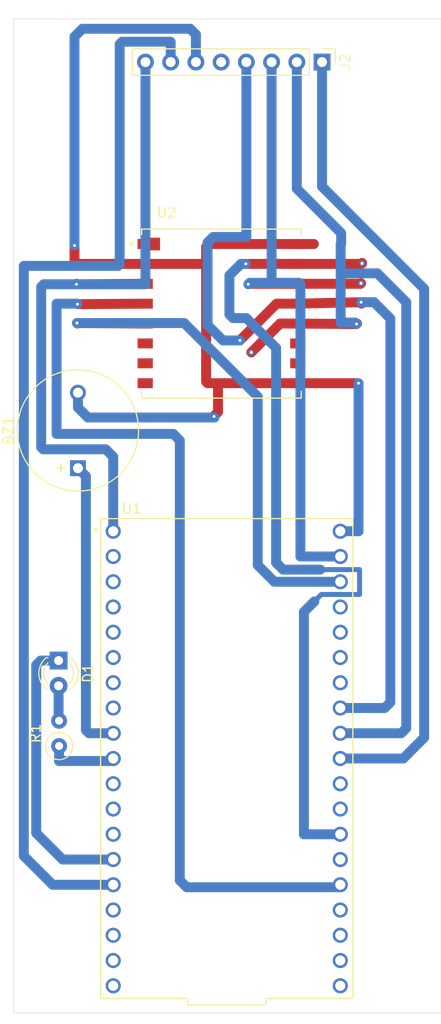
<source format=kicad_pcb>
(kicad_pcb (version 20240108) (generator "pcbnew") (generator_version "8.0")
  (layers (0 "F.Cu" signal) (31 "B.Cu" signal) (34 "B.Paste" user) (35 "F.Paste" user) (36 "B.SilkS" user "B.Silkscreen") (37 "F.SilkS" user "F.Silkscreen") (38 "B.Mask" user) (39 "F.Mask" user) (44 "Edge.Cuts" user))
  (net 0 "")
  (net 1 "BUZZER")
  (net 2 "GND")
  (net 3 "Net-(D1-A)")
  (net 4 "RF_RST")
  (net 5 "MISO")
  (net 6 "SCK")
  (net 7 "3V3")
  (net 8 "MOSI")
  (net 9 "SDA{slash}SS")
  (net 10 "LED1")
  (net 14 "LORA_RST")
  (net 17 "NSS")
  (net 18 "DIO0")
  (net 44 "IRQ")
  (footprint "RA-01H:XCVR_RA-01H" (layer "F.Cu") (at 68.15 60.95)
    (property "Reference" "U2" (at -5.525 -10.135 360) (layer "F.SilkS"))
    (property "Value" "RA-01H")
    (fp_line (start -8.03125 -8.5) (end 8.03125 -8.5) (stroke (width 0.127)) (layer "F.SilkS"))
    (fp_line (start -8.03125 -7.955) (end -8.03125 -8.5) (stroke (width 0.127)) (layer "F.SilkS"))
    (fp_line (start -8.03125 8.5) (end -8.03125 7.82) (stroke (width 0.127)) (layer "F.SilkS"))
    (fp_line (start 8.03125 -8.5) (end 8.03125 -7.82) (stroke (width 0.127)) (layer "F.SilkS"))
    (fp_line (start 8.03125 8.5) (end -8.03125 8.5) (stroke (width 0.127)) (layer "F.SilkS"))
    (fp_line (start 8.03125 8.5) (end 8.03125 7.82) (stroke (width 0.127)) (layer "F.SilkS"))
    (fp_circle (center -9.069 -7) (end -8.969 -7) (stroke (width 0.2)) (fill none) (layer "F.SilkS"))
    (pad "1" smd custom (at -7.6821 -7) (size 1.5358 1) (layers "F.Cu") (options (clearance outline) (anchor rect)) (primitives (gr_poly (pts (xy 1.4941 -0.635) (xy 1.4941 0.635) (xy -0.0417 0.635) (xy -0.0417 0.5) (xy -0.7679 0.5) (xy -0.7679 -0.5) (xy -0.0417 -0.5) (xy -0.0417 -0.635)) (width 0.01) (fill yes))))
    (pad "2" smd rect (at -7.6821 -5) (size 1.5358 1) (layers "F.Cu" "F.Paste" "F.Mask") (net 2 "GND"))
    (pad "3" smd rect (at -7.6821 -3) (size 1.5358 1) (layers "F.Cu" "F.Paste" "F.Mask") (net 7 "3V3"))
    (pad "4" smd rect (at -7.6821 -1) (size 1.5358 1) (layers "F.Cu" "F.Paste" "F.Mask") (net 14 "LORA_RST"))
    (pad "5" smd rect (at -7.6821 1) (size 1.5358 1) (layers "F.Cu" "F.Paste" "F.Mask") (net 18 "DIO0"))
    (pad "6" smd rect (at -7.6821 3) (size 1.5358 1) (layers "F.Cu" "F.Paste" "F.Mask"))
    (pad "7" smd rect (at -7.6821 5) (size 1.5358 1) (layers "F.Cu" "F.Paste" "F.Mask"))
    (pad "8" smd rect (at -7.6821 7) (size 1.5358 1) (layers "F.Cu" "F.Paste" "F.Mask"))
    (pad "9" smd rect (at 7.6821 7) (size 1.5358 1) (layers "F.Cu" "F.Paste" "F.Mask") (net 2 "GND"))
    (pad "10" smd rect (at 7.6821 5) (size 1.5358 1) (layers "F.Cu" "F.Paste" "F.Mask"))
    (pad "11" smd rect (at 7.6821 3) (size 1.5358 1) (layers "F.Cu" "F.Paste" "F.Mask"))
    (pad "12" smd rect (at 7.6821 1) (size 1.5358 1) (layers "F.Cu" "F.Paste" "F.Mask") (net 6 "SCK"))
    (pad "13" smd rect (at 7.6821 -1) (size 1.5358 1) (layers "F.Cu" "F.Paste" "F.Mask") (net 5 "MISO"))
    (pad "14" smd rect (at 7.6821 -3) (size 1.5358 1) (layers "F.Cu" "F.Paste" "F.Mask") (net 8 "MOSI"))
    (pad "15" smd rect (at 7.6821 -5) (size 1.5358 1) (layers "F.Cu" "F.Paste" "F.Mask") (net 17 "NSS"))
    (pad "16" smd rect (at 7.6821 -7) (size 1.5358 1) (layers "F.Cu" "F.Paste" "F.Mask") (net 2 "GND"))
  )
  (footprint "NODEMCU-32S:MODULE_NODEMCU-32S" (layer "F.Cu") (at 68.68 105.7)
    (property "Reference" "U1" (at -9.575 -25.135 0) (layer "F.SilkS"))
    (property "Value" "NODEMCU-32S")
    (fp_line (start -12.7 -24.13) (end 12.7 -24.13) (stroke (width 0.127)) (layer "F.SilkS"))
    (fp_line (start -12.7 24.13) (end -12.7 -24.13) (stroke (width 0.127)) (layer "F.SilkS"))
    (fp_line (start -3.93 24.13) (end -12.7 24.13) (stroke (width 0.127)) (layer "F.SilkS"))
    (fp_line (start -3.93 24.13) (end -3.93 24.78) (stroke (width 0.127)) (layer "F.SilkS"))
    (fp_line (start -3.93 24.78) (end 3.93 24.78) (stroke (width 0.127)) (layer "F.SilkS"))
    (fp_line (start 3.93 24.78) (end 3.93 24.13) (stroke (width 0.127)) (layer "F.SilkS"))
    (fp_line (start 12.7 -24.13) (end 12.7 24.13) (stroke (width 0.127)) (layer "F.SilkS"))
    (fp_line (start 12.7 24.13) (end 3.93 24.13) (stroke (width 0.127)) (layer "F.SilkS"))
    (fp_circle (center -13.25 -23) (end -13.15 -23) (stroke (width 0.2)) (fill none) (layer "F.SilkS"))
    (pad "J1_1" thru_hole circle (at -11.43 -22.86) (size 1.524 1.524) (drill 1.016) (layers "*.Cu" "*.Mask") (net 7 "3V3"))
    (pad "J1_2" thru_hole circle (at -11.43 -20.32) (size 1.524 1.524) (drill 1.016) (layers "*.Cu" "*.Mask"))
    (pad "J1_3" thru_hole circle (at -11.43 -17.78) (size 1.524 1.524) (drill 1.016) (layers "*.Cu" "*.Mask"))
    (pad "J1_4" thru_hole circle (at -11.43 -15.24) (size 1.524 1.524) (drill 1.016) (layers "*.Cu" "*.Mask"))
    (pad "J1_5" thru_hole circle (at -11.43 -12.7) (size 1.524 1.524) (drill 1.016) (layers "*.Cu" "*.Mask"))
    (pad "J1_6" thru_hole circle (at -11.43 -10.16) (size 1.524 1.524) (drill 1.016) (layers "*.Cu" "*.Mask"))
    (pad "J1_7" thru_hole circle (at -11.43 -7.62) (size 1.524 1.524) (drill 1.016) (layers "*.Cu" "*.Mask"))
    (pad "J1_8" thru_hole circle (at -11.43 -5.08) (size 1.524 1.524) (drill 1.016) (layers "*.Cu" "*.Mask"))
    (pad "J1_9" thru_hole circle (at -11.43 -2.54) (size 1.524 1.524) (drill 1.016) (layers "*.Cu" "*.Mask") (net 1 "BUZZER"))
    (pad "J1_10" thru_hole circle (at -11.43 0) (size 1.524 1.524) (drill 1.016) (layers "*.Cu" "*.Mask") (net 10 "LED1"))
    (pad "J1_11" thru_hole circle (at -11.43 2.54) (size 1.524 1.524) (drill 1.016) (layers "*.Cu" "*.Mask"))
    (pad "J1_12" thru_hole circle (at -11.43 5.08) (size 1.524 1.524) (drill 1.016) (layers "*.Cu" "*.Mask"))
    (pad "J1_13" thru_hole circle (at -11.43 7.62) (size 1.524 1.524) (drill 1.016) (layers "*.Cu" "*.Mask"))
    (pad "J1_14" thru_hole circle (at -11.43 10.16) (size 1.524 1.524) (drill 1.016) (layers "*.Cu" "*.Mask") (net 2 "GND"))
    (pad "J1_15" thru_hole circle (at -11.43 12.7) (size 1.524 1.524) (drill 1.016) (layers "*.Cu" "*.Mask") (net 4 "RF_RST"))
    (pad "J1_16" thru_hole circle (at -11.43 15.24) (size 1.524 1.524) (drill 1.016) (layers "*.Cu" "*.Mask"))
    (pad "J1_17" thru_hole circle (at -11.43 17.78) (size 1.524 1.524) (drill 1.016) (layers "*.Cu" "*.Mask"))
    (pad "J1_18" thru_hole circle (at -11.43 20.32) (size 1.524 1.524) (drill 1.016) (layers "*.Cu" "*.Mask"))
    (pad "J1_19" thru_hole circle (at -11.43 22.86) (size 1.524 1.524) (drill 1.016) (layers "*.Cu" "*.Mask"))
    (pad "J2_1" thru_hole circle (at 11.43 -22.86) (size 1.524 1.524) (drill 1.016) (layers "*.Cu" "*.Mask") (net 2 "GND"))
    (pad "J2_2" thru_hole circle (at 11.43 -20.32) (size 1.524 1.524) (drill 1.016) (layers "*.Cu" "*.Mask") (net 8 "MOSI"))
    (pad "J2_3" thru_hole circle (at 11.43 -17.78) (size 1.524 1.524) (drill 1.016) (layers "*.Cu" "*.Mask") (net 18 "DIO0"))
    (pad "J2_4" thru_hole circle (at 11.43 -15.24) (size 1.524 1.524) (drill 1.016) (layers "*.Cu" "*.Mask"))
    (pad "J2_5" thru_hole circle (at 11.43 -12.7) (size 1.524 1.524) (drill 1.016) (layers "*.Cu" "*.Mask"))
    (pad "J2_6" thru_hole circle (at 11.43 -10.16) (size 1.524 1.524) (drill 1.016) (layers "*.Cu" "*.Mask"))
    (pad "J2_7" thru_hole circle (at 11.43 -7.62) (size 1.524 1.524) (drill 1.016) (layers "*.Cu" "*.Mask") (net 2 "GND"))
    (pad "J2_8" thru_hole circle (at 11.43 -5.08) (size 1.524 1.524) (drill 1.016) (layers "*.Cu" "*.Mask") (net 5 "MISO"))
    (pad "J2_9" thru_hole circle (at 11.43 -2.54) (size 1.524 1.524) (drill 1.016) (layers "*.Cu" "*.Mask") (net 6 "SCK"))
    (pad "J2_10" thru_hole circle (at 11.43 0) (size 1.524 1.524) (drill 1.016) (layers "*.Cu" "*.Mask") (net 9 "SDA{slash}SS"))
    (pad "J2_11" thru_hole circle (at 11.43 2.54) (size 1.524 1.524) (drill 1.016) (layers "*.Cu" "*.Mask"))
    (pad "J2_12" thru_hole circle (at 11.43 5.08) (size 1.524 1.524) (drill 1.016) (layers "*.Cu" "*.Mask"))
    (pad "J2_13" thru_hole circle (at 11.43 7.62) (size 1.524 1.524) (drill 1.016) (layers "*.Cu" "*.Mask") (net 17 "NSS"))
    (pad "J2_14" thru_hole circle (at 11.43 10.16) (size 1.524 1.524) (drill 1.016) (layers "*.Cu" "*.Mask"))
    (pad "J2_15" thru_hole circle (at 11.43 12.7) (size 1.524 1.524) (drill 1.016) (layers "*.Cu" "*.Mask") (net 14 "LORA_RST"))
    (pad "J2_16" thru_hole circle (at 11.43 15.24) (size 1.524 1.524) (drill 1.016) (layers "*.Cu" "*.Mask"))
    (pad "J2_17" thru_hole circle (at 11.43 17.78) (size 1.524 1.524) (drill 1.016) (layers "*.Cu" "*.Mask"))
    (pad "J2_18" thru_hole circle (at 11.43 20.32) (size 1.524 1.524) (drill 1.016) (layers "*.Cu" "*.Mask"))
    (pad "J2_19" thru_hole circle (at 11.43 22.86) (size 1.524 1.524) (drill 1.016) (layers "*.Cu" "*.Mask"))
  )
  (footprint "Connector_PinHeader_2.54mm:PinHeader_1x08_P2.54mm_Vertical" (layer "F.Cu") (at 78.275 35.65 -90)
    (property "Reference" "J2" (at 0 -2.33 90) (layer "F.SilkS"))
    (property "Value" "Conn_01x08_Pin")
    (fp_line (start -1.33 19.11) (end 1.33 19.11) (stroke (width 0.12)) (layer "F.SilkS"))
    (fp_line (start -1.33 1.27) (end -1.33 19.11) (stroke (width 0.12)) (layer "F.SilkS"))
    (fp_line (start -1.33 1.27) (end 1.33 1.27) (stroke (width 0.12)) (layer "F.SilkS"))
    (fp_line (start 1.33 1.27) (end 1.33 19.11) (stroke (width 0.12)) (layer "F.SilkS"))
    (fp_line (start -1.33 0) (end -1.33 -1.33) (stroke (width 0.12)) (layer "F.SilkS"))
    (fp_line (start -1.33 -1.33) (end 0 -1.33) (stroke (width 0.12)) (layer "F.SilkS"))
    (pad "1" thru_hole rect (at 0 0 270) (size 1.7 1.7) (drill 1) (layers "*.Cu" "*.Mask") (net 9 "SDA{slash}SS"))
    (pad "2" thru_hole oval (at 0 2.54 270) (size 1.7 1.7) (drill 1) (layers "*.Cu" "*.Mask") (net 6 "SCK"))
    (pad "3" thru_hole oval (at 0 5.08 270) (size 1.7 1.7) (drill 1) (layers "*.Cu" "*.Mask") (net 8 "MOSI"))
    (pad "4" thru_hole oval (at 0 7.62 270) (size 1.7 1.7) (drill 1) (layers "*.Cu" "*.Mask") (net 5 "MISO"))
    (pad "5" thru_hole oval (at 0 10.16 270) (size 1.7 1.7) (drill 1) (layers "*.Cu" "*.Mask") (net 44 "IRQ"))
    (pad "6" thru_hole oval (at 0 12.7 270) (size 1.7 1.7) (drill 1) (layers "*.Cu" "*.Mask") (net 2 "GND"))
    (pad "7" thru_hole oval (at 0 15.24 270) (size 1.7 1.7) (drill 1) (layers "*.Cu" "*.Mask") (net 4 "RF_RST"))
    (pad "8" thru_hole oval (at 0 17.78 270) (size 1.7 1.7) (drill 1) (layers "*.Cu" "*.Mask") (net 7 "3V3"))
  )
  (footprint "LED_THT:LED_D3.0mm" (layer "F.Cu") (at 51.75 95.85 -90)
    (property "Reference" "D1" (at 1.27 -2.96 90) (layer "F.SilkS"))
    (property "Value" "GREEN")
    (fp_line (start -0.29 1.08) (end -0.29 1.236) (stroke (width 0.12)) (layer "F.SilkS"))
    (fp_line (start -0.29 -1.236) (end -0.29 -1.08) (stroke (width 0.12)) (layer "F.SilkS"))
    (fp_arc (start 2.31113 1.079837) (mid 1.270117 1.5) (end 0.229039 1.08) (stroke (width 0.12)) (layer "F.SilkS"))
    (fp_arc (start 2.942335 1.078608) (mid 1.366487 1.987659) (end -0.29 1.235516) (stroke (width 0.12)) (layer "F.SilkS"))
    (fp_arc (start 0.229039 -1.08) (mid 1.270117 -1.5) (end 2.31113 -1.079837) (stroke (width 0.12)) (layer "F.SilkS"))
    (fp_arc (start -0.29 -1.235516) (mid 1.366487 -1.987659) (end 2.942335 -1.078608) (stroke (width 0.12)) (layer "F.SilkS"))
    (pad "1" thru_hole rect (at 0 0 270) (size 1.8 1.8) (drill 0.9) (layers "*.Cu" "*.Mask") (net 2 "GND"))
    (pad "2" thru_hole circle (at 2.54 0 270) (size 1.8 1.8) (drill 0.9) (layers "*.Cu" "*.Mask") (net 3 "Net-(D1-A)"))
  )
  (footprint "Resistor_THT:R_Axial_DIN0207_L6.3mm_D2.5mm_P2.54mm_Vertical" (layer "F.Cu") (at 51.8 104.445 90)
    (property "Reference" "R1" (at 1.27 -2.37 90) (layer "F.SilkS"))
    (property "Value" "200R")
    (fp_line (start 1.37 0) (end 1.44 0) (stroke (width 0.12)) (layer "F.SilkS"))
    (fp_circle (center 0 0) (end 1.37 0) (stroke (width 0.12)) (fill none) (layer "F.SilkS"))
    (pad "1" thru_hole circle (at 0 0 90) (size 1.6 1.6) (drill 0.8) (layers "*.Cu" "*.Mask") (net 10 "LED1"))
    (pad "2" thru_hole oval (at 2.54 0 90) (size 1.6 1.6) (drill 0.8) (layers "*.Cu" "*.Mask") (net 3 "Net-(D1-A)"))
  )
  (footprint "Buzzer_Beeper:MagneticBuzzer_ProSignal_ABI-010-RC" (layer "F.Cu") (at 53.7 76.5 90)
    (property "Reference" "BZ1" (at 3.8 -7 90) (layer "F.SilkS"))
    (property "Value" "Buzzer")
    (fp_circle (center 3.8 0) (end 9.9 0) (stroke (width 0.12)) (fill none) (layer "F.SilkS"))
    (fp_text user "+" (at 0 -1.8 90) (layer "F.SilkS"))
    (pad "1" thru_hole rect (at 0 0 90) (size 1.6 1.6) (drill 1) (layers "*.Cu" "*.Mask") (net 1 "BUZZER"))
    (pad "2" thru_hole circle (at 7.6 0 90) (size 1.6 1.6) (drill 1) (layers "*.Cu" "*.Mask") (net 2 "GND"))
  )
  (gr_rect (start 47.25 31.3) (end 90.25 131.3) (stroke (width 0.05)) (fill none) (layer "Edge.Cuts"))
  (segment (start 54.81 103.16) (end 57.25 103.16) (width 1) (layer "B.Cu") (net 1))
  (segment (start 53.7 76.5) (end 54.5 77.3) (width 1) (layer "B.Cu") (net 1))
  (segment (start 54.5 102.85) (end 54.81 103.16) (width 1) (layer "B.Cu") (net 1))
  (segment (start 54.5 77.3) (end 54.5 102.85) (width 1) (layer "B.Cu") (net 1))
  (segment (start 75.8321 67.95) (end 67.8 67.95) (width 1) (layer "F.Cu") (net 2))
  (segment (start 67.8 67.95) (end 66.75 67.95) (width 1) (layer "F.Cu") (net 2))
  (segment (start 53.35 54.1) (end 53.35 54) (width 1) (layer "F.Cu") (net 2))
  (segment (start 67.8 70.85) (end 67.4 71.25) (width 1) (layer "F.Cu") (net 2))
  (segment (start 66.6 54.25) (end 66.9 53.95) (width 1) (layer "F.Cu") (net 2))
  (segment (start 53.45 55.95) (end 53.35 55.85) (width 1) (layer "F.Cu") (net 2))
  (segment (start 60.4679 55.95) (end 66.5 55.95) (width 1) (layer "F.Cu") (net 2))
  (segment (start 67.35 71.3) (end 67.4 71.25) (width 1) (layer "F.Cu") (net 2))
  (segment (start 67.4 71.25) (end 67.4 71.3) (width 1) (layer "F.Cu") (net 2))
  (segment (start 66.6 67.8) (end 66.6 55.85) (width 1) (layer "F.Cu") (net 2))
  (segment (start 75.8321 53.95) (end 77.45 53.95) (width 1) (layer "F.Cu") (net 2))
  (segment (start 60.4679 55.95) (end 53.45 55.95) (width 1) (layer "F.Cu") (net 2))
  (segment (start 75.8321 67.95) (end 81.95 67.95) (width 1) (layer "F.Cu") (net 2))
  (segment (start 66.6 55.85) (end 66.6 54.25) (width 1) (layer "F.Cu") (net 2))
  (segment (start 67.8 67.95) (end 67.8 70.85) (width 1) (layer "F.Cu") (net 2))
  (segment (start 66.5 55.95) (end 66.6 55.85) (width 1) (layer "F.Cu") (net 2))
  (segment (start 66.75 67.95) (end 66.6 67.8) (width 1) (layer "F.Cu") (net 2))
  (segment (start 67.4 71.3) (end 67.35 71.3) (width 1) (layer "F.Cu") (net 2))
  (segment (start 66.9 53.95) (end 75.8321 53.95) (width 1) (layer "F.Cu") (net 2))
  (segment (start 53.35 55.85) (end 53.35 54.1) (width 1) (layer "F.Cu") (net 2))
  (via (at 67.4 71.3) (size 0.6) (drill 0.3) (layers "F.Cu" "B.Cu") (net 2))
  (via (at 81.95 67.95) (size 0.6) (drill 0.3) (layers "F.Cu" "B.Cu") (net 2))
  (via (at 53.35 54.1) (size 0.6) (drill 0.3) (layers "F.Cu" "B.Cu") (net 2))
  (segment (start 53.7 68.9) (end 53.7 70.4) (width 1) (layer "B.Cu") (net 2))
  (segment (start 80.11 82.84) (end 81.95 82.84) (width 1) (layer "B.Cu") (net 2))
  (segment (start 54.15 32.3) (end 53.35 33.1) (width 1) (layer "B.Cu") (net 2))
  (segment (start 52.16 115.86) (end 57.25 115.86) (width 1) (layer "B.Cu") (net 2))
  (segment (start 53.35 33.1) (end 53.35 54.1) (width 1) (layer "B.Cu") (net 2))
  (segment (start 65.575 32.875) (end 65 32.3) (width 1) (layer "B.Cu") (net 2))
  (segment (start 49.95 95.85) (end 49.5 96.3) (width 1) (layer "B.Cu") (net 2))
  (segment (start 54.6 71.3) (end 54.7 71.4) (width 1) (layer "B.Cu") (net 2))
  (segment (start 81.95 82.84) (end 81.95 67.95) (width 1) (layer "B.Cu") (net 2))
  (segment (start 65.575 35.65) (end 65.575 32.875) (width 1) (layer "B.Cu") (net 2))
  (segment (start 49.5 113.2) (end 52.16 115.86) (width 1) (layer "B.Cu") (net 2))
  (segment (start 53.7 70.4) (end 54.6 71.3) (width 1) (layer "B.Cu") (net 2))
  (segment (start 65 32.3) (end 54.15 32.3) (width 1) (layer "B.Cu") (net 2))
  (segment (start 49.5 96.3) (end 49.5 113.2) (width 1) (layer "B.Cu") (net 2))
  (segment (start 54.7 71.4) (end 67.45 71.4) (width 1) (layer "B.Cu") (net 2))
  (segment (start 51.75 95.85) (end 49.95 95.85) (width 1) (layer "B.Cu") (net 2))
  (segment (start 51.75 101.855) (end 51.8 101.905) (width 1) (layer "B.Cu") (net 3))
  (segment (start 51.75 98.39) (end 51.75 101.855) (width 1) (layer "B.Cu") (net 3))
  (segment (start 58.15 33.6) (end 57.9 33.85) (width 1) (layer "B.Cu") (net 4))
  (segment (start 57.75 56.15) (end 48.25 56.15) (width 1) (layer "B.Cu") (net 4))
  (segment (start 48.25 56.15) (end 48.25 115.5) (width 1) (layer "B.Cu") (net 4))
  (segment (start 51.15 118.4) (end 57.25 118.4) (width 1) (layer "B.Cu") (net 4))
  (segment (start 57.9 56) (end 57.75 56.15) (width 1) (layer "B.Cu") (net 4))
  (segment (start 63 33.6) (end 58.15 33.6) (width 1) (layer "B.Cu") (net 4))
  (segment (start 57.9 33.85) (end 57.9 56) (width 1) (layer "B.Cu") (net 4))
  (segment (start 63.035 33.635) (end 63 33.6) (width 1) (layer "B.Cu") (net 4))
  (segment (start 63.035 35.65) (end 63.035 33.635) (width 1) (layer "B.Cu") (net 4))
  (segment (start 48.25 115.5) (end 51.15 118.4) (width 1) (layer "B.Cu") (net 4))
  (segment (start 82.2 59.8) (end 82.25 59.95) (width 1) (layer "F.Cu") (net 5))
  (segment (start 73.7 59.95) (end 70 63.65) (width 1) (layer "F.Cu") (net 5))
  (segment (start 75.8321 59.95) (end 82.2 59.8) (width 1) (layer "F.Cu") (net 5))
  (segment (start 75.8321 59.95) (end 73.7 59.95) (width 1) (layer "F.Cu") (net 5))
  (via (at 70 63.65) (size 0.6) (drill 0.3) (layers "F.Cu" "B.Cu") (net 5))
  (via (at 82.2 59.8) (size 0.6) (drill 0.3) (layers "F.Cu" "B.Cu") (net 5))
  (segment (start 66.75 53.8) (end 67.305 53.245) (width 1) (layer "B.Cu") (net 5))
  (segment (start 84.58 100.62) (end 85.15 100.05) (width 1) (layer "B.Cu") (net 5))
  (segment (start 70 63.65) (end 68.3 63.65) (width 1) (layer "B.Cu") (net 5))
  (segment (start 67.305 53.245) (end 70.655 53.245) (width 1) (layer "B.Cu") (net 5))
  (segment (start 66.75 62.1) (end 66.75 53.8) (width 1) (layer "B.Cu") (net 5))
  (segment (start 80.11 100.62) (end 84.58 100.62) (width 1) (layer "B.Cu") (net 5))
  (segment (start 85.15 100.05) (end 85.15 61.45) (width 1) (layer "B.Cu") (net 5))
  (segment (start 83.5 59.8) (end 82.2 59.8) (width 1) (layer "B.Cu") (net 5))
  (segment (start 70.655 53.245) (end 70.655 35.65) (width 1) (layer "B.Cu") (net 5))
  (segment (start 85.15 61.45) (end 83.5 59.8) (width 1) (layer "B.Cu") (net 5))
  (segment (start 68.3 63.65) (end 66.75 62.1) (width 1) (layer "B.Cu") (net 5))
  (segment (start 75.8321 61.95) (end 81.75 62) (width 1) (layer "F.Cu") (net 6))
  (segment (start 74.05 61.95) (end 71.15 64.85) (width 1) (layer "F.Cu") (net 6))
  (segment (start 75.8321 61.95) (end 74.05 61.95) (width 1) (layer "F.Cu") (net 6))
  (segment (start 81.75 62) (end 81.8 61.95) (width 1) (layer "F.Cu") (net 6))
  (via (at 81.75 62) (size 0.6) (drill 0.3) (layers "F.Cu" "B.Cu") (net 6))
  (via (at 71.15 64.85) (size 0.6) (drill 0.3) (layers "F.Cu" "B.Cu") (net 6))
  (segment (start 80.2 52.85) (end 80.2 53.9) (width 1) (layer "B.Cu") (net 6))
  (segment (start 80.15 61.85) (end 81.6 61.85) (width 1) (layer "B.Cu") (net 6))
  (segment (start 80.15 53.95) (end 80.15 57.45) (width 1) (layer "B.Cu") (net 6))
  (segment (start 81.6 61.85) (end 81.75 62) (width 1) (layer "B.Cu") (net 6))
  (segment (start 80.2 56.9) (end 80.15 56.85) (width 1) (layer "B.Cu") (net 6))
  (segment (start 86.75 59.8) (end 83.85 56.9) (width 1) (layer "B.Cu") (net 6))
  (segment (start 80.15 57.45) (end 80.15 61.85) (width 1) (layer "B.Cu") (net 6))
  (segment (start 80.11 103.16) (end 86.24 103.16) (width 1) (layer "B.Cu") (net 6))
  (segment (start 75.735 48.385) (end 80.2 52.85) (width 1) (layer "B.Cu") (net 6))
  (segment (start 75.735 35.65) (end 75.735 48.385) (width 1) (layer "B.Cu") (net 6))
  (segment (start 80.2 53.9) (end 80.15 53.95) (width 1) (layer "B.Cu") (net 6))
  (segment (start 86.75 102.65) (end 86.75 59.8) (width 1) (layer "B.Cu") (net 6))
  (segment (start 83.85 56.9) (end 80.2 56.9) (width 1) (layer "B.Cu") (net 6))
  (segment (start 86.24 103.16) (end 86.75 102.65) (width 1) (layer "B.Cu") (net 6))
  (segment (start 60.4679 57.95) (end 53.55 58) (width 1) (layer "F.Cu") (net 7))
  (segment (start 53.55 58) (end 53.55 57.95) (width 1) (layer "F.Cu") (net 7))
  (via (at 53.55 58) (size 0.6) (drill 0.3) (layers "F.Cu" "B.Cu") (net 7))
  (segment (start 60.495 58) (end 53.55 58) (width 1) (layer "B.Cu") (net 7))
  (segment (start 57.25 82.84) (end 57.25 75.35) (width 1) (layer "B.Cu") (net 7))
  (segment (start 50.25 58) (end 53.55 58) (width 1) (layer "B.Cu") (net 7))
  (segment (start 57.25 75.35) (end 56.5 74.6) (width 1) (layer "B.Cu") (net 7))
  (segment (start 56.5 74.6) (end 50.2 74.6) (width 1) (layer "B.Cu") (net 7))
  (segment (start 50 58.25) (end 50.25 58) (width 1) (layer "B.Cu") (net 7))
  (segment (start 50 74.4) (end 50 58.25) (width 1) (layer "B.Cu") (net 7))
  (segment (start 50.2 74.6) (end 50 74.4) (width 1) (layer "B.Cu") (net 7))
  (segment (start 60.495 35.65) (end 60.495 58) (width 1) (layer "B.Cu") (net 7))
  (segment (start 82.2 57.9) (end 82.15 57.95) (width 1) (layer "F.Cu") (net 8))
  (segment (start 82.05 57.95) (end 82.2 57.9) (width 1) (layer "F.Cu") (net 8))
  (segment (start 75.8321 57.95) (end 82.05 57.95) (width 1) (layer "F.Cu") (net 8))
  (segment (start 70.9 57.95) (end 75.8321 57.95) (width 1) (layer "F.Cu") (net 8))
  (segment (start 82.15 57.95) (end 82.1 57.95) (width 1) (layer "F.Cu") (net 8))
  (via (at 70.85 58) (size 0.6) (drill 0.3) (layers "F.Cu" "B.Cu") (net 8))
  (via (at 82.2 57.9) (size 0.6) (drill 0.3) (layers "F.Cu" "B.Cu") (net 8))
  (segment (start 73.195 57.85) (end 71 57.85) (width 1) (layer "B.Cu") (net 8))
  (segment (start 76.1 58) (end 75.95 57.85) (width 1) (layer "B.Cu") (net 8))
  (segment (start 73.195 35.65) (end 73.195 57.85) (width 1) (layer "B.Cu") (net 8))
  (segment (start 80.11 85.38) (end 76.1 85.38) (width 1) (layer "B.Cu") (net 8))
  (segment (start 76.1 85.38) (end 76.1 58) (width 1) (layer "B.Cu") (net 8))
  (segment (start 75.95 57.85) (end 73.195 57.85) (width 1) (layer "B.Cu") (net 8))
  (segment (start 71 57.85) (end 70.85 58) (width 1) (layer "B.Cu") (net 8))
  (segment (start 80.11 105.7) (end 86.45 105.7) (width 1) (layer "B.Cu") (net 9))
  (segment (start 88.55 58.45) (end 78.275 48.175) (width 1) (layer "B.Cu") (net 9))
  (segment (start 88.55 103.6) (end 88.55 58.45) (width 1) (layer "B.Cu") (net 9))
  (segment (start 78.275 48.175) (end 78.275 35.65) (width 1) (layer "B.Cu") (net 9))
  (segment (start 86.45 105.7) (end 88.55 103.6) (width 1) (layer "B.Cu") (net 9))
  (segment (start 51.8 105.95) (end 57 105.95) (width 1) (layer "B.Cu") (net 10))
  (segment (start 51.8 104.445) (end 51.8 105.95) (width 1) (layer "B.Cu") (net 10))
  (segment (start 57 105.95) (end 57.25 105.7) (width 1) (layer "B.Cu") (net 10))
  (segment (start 60.4679 59.95) (end 53.65 60) (width 1) (layer "F.Cu") (net 14))
  (segment (start 53.65 60) (end 53.6 59.95) (width 1) (layer "F.Cu") (net 14))
  (via (at 53.65 60) (size 0.6) (drill 0.3) (layers "F.Cu" "B.Cu") (net 14))
  (segment (start 53.65 60) (end 53.6 59.95) (width 1) (layer "B.Cu") (net 14))
  (segment (start 63.95 73.7) (end 63.95 117.95) (width 1) (layer "B.Cu") (net 14))
  (segment (start 51.55 59.95) (end 51.55 73.05) (width 1) (layer "B.Cu") (net 14))
  (segment (start 51.55 73.05) (end 63.3 73.05) (width 1) (layer "B.Cu") (net 14))
  (segment (start 53.6 59.95) (end 51.55 59.95) (width 1) (layer "B.Cu") (net 14))
  (segment (start 63.3 73.05) (end 63.95 73.7) (width 1) (layer "B.Cu") (net 14))
  (segment (start 79.86 118.65) (end 80.11 118.4) (width 1) (layer "B.Cu") (net 14))
  (segment (start 63.95 117.95) (end 64.65 118.65) (width 1) (layer "B.Cu") (net 14))
  (segment (start 64.65 118.65) (end 79.86 118.65) (width 1) (layer "B.Cu") (net 14))
  (segment (start 82.25 55.9) (end 82.3 55.9) (width 1) (layer "F.Cu") (net 17))
  (segment (start 82.3 55.9) (end 82.3 55.85) (width 1) (layer "F.Cu") (net 17))
  (segment (start 82.2 55.95) (end 82.25 55.9) (width 1) (layer "F.Cu") (net 17))
  (segment (start 75.8321 55.95) (end 82.2 55.95) (width 1) (layer "F.Cu") (net 17))
  (segment (start 82.3 55.85) (end 82.25 55.9) (width 1) (layer "F.Cu") (net 17))
  (segment (start 75.8321 55.95) (end 70.6 55.95) (width 1) (layer "F.Cu") (net 17))
  (via (at 70.6 55.95) (size 0.6) (drill 0.3) (layers "F.Cu" "B.Cu") (net 17))
  (via (at 82.3 55.9) (size 0.6) (drill 0.3) (layers "F.Cu" "B.Cu") (net 17))
  (segment (start 70.1 55.95) (end 68.95 57.1) (width 1) (layer "B.Cu") (net 17))
  (segment (start 68.95 61.05) (end 69.3 61.4) (width 1) (layer "B.Cu") (net 17))
  (segment (start 68.95 57.1) (end 68.95 61.05) (width 1) (layer "B.Cu") (net 17))
  (segment (start 82.05 89.2) (end 82.05 86.7) (width 0.5) (layer "B.Cu") (net 17))
  (segment (start 70.6 55.95) (end 70.1 55.95) (width 1) (layer "B.Cu") (net 17))
  (segment (start 76.45 113.32) (end 76.45 90.95) (width 1) (layer "B.Cu") (net 17))
  (segment (start 78.2 89.2) (end 82.05 89.2) (width 0.5) (layer "B.Cu") (net 17))
  (segment (start 70.65 61.4) (end 73.65 64.4) (width 1) (layer "B.Cu") (net 17))
  (segment (start 77.5 89.9) (end 78.2 89.2) (width 0.5) (layer "B.Cu") (net 17))
  (segment (start 80.11 113.32) (end 76.45 113.32) (width 1) (layer "B.Cu") (net 17))
  (segment (start 69.3 61.4) (end 70.65 61.4) (width 1) (layer "B.Cu") (net 17))
  (segment (start 76.45 90.95) (end 77.5 89.9) (width 1) (layer "B.Cu") (net 17))
  (segment (start 73.65 86) (end 74.35 86.7) (width 1) (layer "B.Cu") (net 17))
  (segment (start 74.35 86.7) (end 78.1 86.7) (width 1) (layer "B.Cu") (net 17))
  (segment (start 82.05 86.7) (end 78.1 86.7) (width 0.5) (layer "B.Cu") (net 17))
  (segment (start 73.65 64.4) (end 73.65 86) (width 1) (layer "B.Cu") (net 17))
  (segment (start 60.4679 61.95) (end 53.6 61.9) (width 1) (layer "F.Cu") (net 18))
  (segment (start 53.6 61.9) (end 53.65 61.95) (width 1) (layer "F.Cu") (net 18))
  (via (at 53.6 61.9) (size 0.6) (drill 0.3) (layers "F.Cu" "B.Cu") (net 18))
  (segment (start 64.4 61.9) (end 53.6 61.9) (width 1) (layer "B.Cu") (net 18))
  (segment (start 71.8 86.25) (end 71.8 69.3) (width 1) (layer "B.Cu") (net 18))
  (segment (start 80.11 87.92) (end 73.47 87.92) (width 1) (layer "B.Cu") (net 18))
  (segment (start 73.47 87.92) (end 71.8 86.25) (width 1) (layer "B.Cu") (net 18))
  (segment (start 71.8 69.3) (end 64.4 61.9) (width 1) (layer "B.Cu") (net 18))
)
</source>
